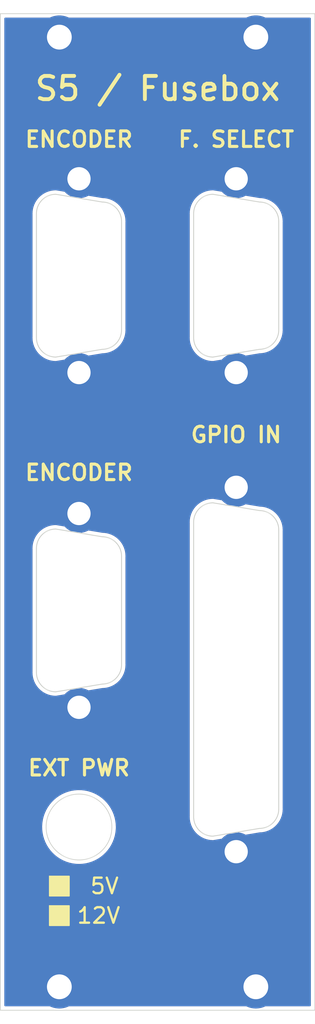
<source format=kicad_pcb>
(kicad_pcb (version 20211014) (generator pcbnew)
  (title_block (title "Front Panel ") (date "2023-01-23") (rev "A") (company "https://github.com/peterheinrich/DA20-C1-ProcedureTrainer ") (comment 1 "Open Hardware ") (comment 2 "License: CERN-OHL-P ") (comment 3 "© 2023 by Peter Heinrich ") (comment 4 "DA20 Hardware Cockpit Simulator Project"))
  (layers (0 "F.Cu" signal) (31 "B.Cu" signal) (34 "B.Paste" user) (35 "F.Paste" user) (36 "B.SilkS" user "B.Silkscreen") (37 "F.SilkS" user "F.Silkscreen") (38 "B.Mask" user) (39 "F.Mask" user) (44 "Edge.Cuts" user))
  (net 0 "")
  (net 1 "GNDPWR")
  (footprint "MountingHole:MountingHole_3.2mm_M3_DIN965_Pad" (layer "F.Cu") (at 109.22 167.73)
    (fp_text reference "H1" hide)
    (fp_text value "MountingHole_Pad" hide)
    (pad "1" thru_hole circle (at 0 0) (size 5.6 5.6) (drill 3.2) (layers *.Cu *.Mask) (net 1 "GNDPWR"))
  )
  (footprint "MountingHole:MountingHole_3.2mm_M3_DIN965_Pad" (layer "F.Cu") (at 134.62 167.73)
    (fp_text reference "H4" hide)
    (fp_text value "MountingHole_Pad" hide)
    (pad "1" thru_hole circle (at 0 0) (size 5.6 5.6) (drill 3.2) (layers *.Cu *.Mask) (net 1 "GNDPWR"))
  )
  (footprint "dsub_cutouts:DSUB-25_Cutout_MountingHoles" (layer "F.Cu") (at 132.08 126.8 90)
    (fp_text reference "J4" hide)
    (fp_text value "DB_Empty_MountingHoles" hide)
    (fp_line (start 19 -5.5) (end -19 -5.5) (layer "Edge.Cuts") (width 0.12))
    (fp_line (start -18 5.5) (end 18 5.5) (layer "Edge.Cuts") (width 0.12))
    (fp_line (start -21.5 -3) (end -20.5 3) (layer "Edge.Cuts") (width 0.12))
    (fp_line (start 21.5 -3) (end 20.5 3) (layer "Edge.Cuts") (width 0.12))
    (fp_arc (start 19 -5.5) (mid 20.767767 -4.767767) (end 21.5 -3) (layer "Edge.Cuts") (width 0.12))
    (fp_arc (start -21.5 -3) (mid -20.767767 -4.767767) (end -19 -5.5) (layer "Edge.Cuts") (width 0.12))
    (fp_arc (start -18 5.5) (mid -19.767767 4.767767) (end -20.5 3) (layer "Edge.Cuts") (width 0.12))
    (fp_arc (start 20.5 3) (mid 19.767767 4.767767) (end 18 5.5) (layer "Edge.Cuts") (width 0.12))
    (pad "0" thru_hole circle (at -23.5 0 90) (size 5 5) (drill 3) (layers *.Cu *.Mask) (net 1 "GNDPWR"))
    (pad "0" thru_hole circle (at 23.5 0 90) (size 5 5) (drill 3) (layers *.Cu *.Mask) (net 1 "GNDPWR"))
  )
  (footprint "dsub_cutouts:DSUB-9_Cutout_MountingHoles" (layer "F.Cu") (at 111.76 76 90)
    (fp_text reference "J2" hide)
    (fp_text value "DB_Empty_MountingHoles" hide)
    (fp_line (start -7 5.5) (end 7 5.5) (layer "Edge.Cuts") (width 0.12))
    (fp_line (start 10.5 -3) (end 9.5 3) (layer "Edge.Cuts") (width 0.12))
    (fp_line (start -8 -5.5) (end 8 -5.5) (layer "Edge.Cuts") (width 0.12))
    (fp_line (start -10.5 -3) (end -9.5 3) (layer "Edge.Cuts") (width 0.12))
    (fp_arc (start 8 -5.5) (mid 9.767767 -4.767767) (end 10.5 -3) (layer "Edge.Cuts") (width 0.12))
    (fp_arc (start -10.5 -3) (mid -9.767767 -4.767767) (end -8 -5.5) (layer "Edge.Cuts") (width 0.12))
    (fp_arc (start -7 5.5) (mid -8.767767 4.767767) (end -9.5 3) (layer "Edge.Cuts") (width 0.12))
    (fp_arc (start 9.5 3) (mid 8.767767 4.767767) (end 7 5.5) (layer "Edge.Cuts") (width 0.12))
    (pad "0" thru_hole circle (at 12.5 0 90) (size 5 5) (drill 3) (layers *.Cu *.Mask) (net 1 "GNDPWR"))
    (pad "0" thru_hole circle (at -12.5 0 90) (size 5 5) (drill 3) (layers *.Cu *.Mask) (net 1 "GNDPWR"))
  )
  (footprint "dsub_cutouts:DSUB-9_Cutout_MountingHoles" (layer "F.Cu") (at 132.08 76 90)
    (fp_text reference "J3" hide)
    (fp_text value "DB_Empty_MountingHoles")
    (fp_line (start -8 -5.5) (end 8 -5.5) (layer "Edge.Cuts") (width 0.12))
    (fp_line (start -7 5.5) (end 7 5.5) (layer "Edge.Cuts") (width 0.12))
    (fp_line (start 10.5 -3) (end 9.5 3) (layer "Edge.Cuts") (width 0.12))
    (fp_line (start -10.5 -3) (end -9.5 3) (layer "Edge.Cuts") (width 0.12))
    (fp_arc (start 9.5 3) (mid 8.767767 4.767767) (end 7 5.5) (layer "Edge.Cuts") (width 0.12))
    (fp_arc (start -7 5.5) (mid -8.767767 4.767767) (end -9.5 3) (layer "Edge.Cuts") (width 0.12))
    (fp_arc (start 8 -5.5) (mid 9.767767 -4.767767) (end 10.5 -3) (layer "Edge.Cuts") (width 0.12))
    (fp_arc (start -10.5 -3) (mid -9.767767 -4.767767) (end -8 -5.5) (layer "Edge.Cuts") (width 0.12))
    (pad "0" thru_hole circle (at 12.5 0 90) (size 5 5) (drill 3) (layers *.Cu *.Mask) (net 1 "GNDPWR"))
    (pad "0" thru_hole circle (at -12.5 0 90) (size 5 5) (drill 3) (layers *.Cu *.Mask) (net 1 "GNDPWR"))
  )
  (footprint "MountingHole:MountingHole_3.2mm_M3_DIN965_Pad" (layer "F.Cu") (at 134.62 45.23)
    (fp_text reference "H3" hide)
    (fp_text value "MountingHole_Pad" hide)
    (pad "1" thru_hole circle (at 0 0) (size 5.6 5.6) (drill 3.2) (layers *.Cu *.Mask) (net 1 "GNDPWR"))
  )
  (footprint "dsub_cutouts:DSUB-9_Cutout_MountingHoles" (layer "F.Cu") (at 111.76 119.18 90)
    (fp_text reference "J1" hide)
    (fp_text value "DB_Empty_MountingHoles" hide)
    (fp_line (start -7 5.5) (end 7 5.5) (layer "Edge.Cuts") (width 0.12))
    (fp_line (start -10.5 -3) (end -9.5 3) (layer "Edge.Cuts") (width 0.12))
    (fp_line (start -8 -5.5) (end 8 -5.5) (layer "Edge.Cuts") (width 0.12))
    (fp_line (start 10.5 -3) (end 9.5 3) (layer "Edge.Cuts") (width 0.12))
    (fp_arc (start -10.5 -3) (mid -9.767767 -4.767767) (end -8 -5.5) (layer "Edge.Cuts") (width 0.12))
    (fp_arc (start 8 -5.5) (mid 9.767767 -4.767767) (end 10.5 -3) (layer "Edge.Cuts") (width 0.12))
    (fp_arc (start -7 5.5) (mid -8.767767 4.767767) (end -9.5 3) (layer "Edge.Cuts") (width 0.12))
    (fp_arc (start 9.5 3) (mid 8.767767 4.767767) (end 7 5.5) (layer "Edge.Cuts") (width 0.12))
    (pad "0" thru_hole circle (at -12.5 0 90) (size 5 5) (drill 3) (layers *.Cu *.Mask) (net 1 "GNDPWR"))
    (pad "0" thru_hole circle (at 12.5 0 90) (size 5 5) (drill 3) (layers *.Cu *.Mask) (net 1 "GNDPWR"))
  )
  (footprint "MountingHole:MountingHole_3.2mm_M3_DIN965_Pad" (layer "F.Cu") (at 109.22 45.23)
    (fp_text reference "H2" hide)
    (fp_text value "MountingHole_Pad" hide)
    (pad "1" thru_hole circle (at 0 0) (size 5.6 5.6) (drill 3.2) (layers *.Cu *.Mask) (net 1 "GNDPWR"))
  )
  (gr_rect (start 107.95 157.28) (end 110.49 159.82) (layer "F.SilkS") (width 0.15) (fill solid))
  (gr_rect (start 107.95 153.47) (end 110.49 156.01) (layer "F.SilkS") (width 0.15) (fill solid))
  (gr_circle (center 111.76 147.12) (end 116.01 147.12) (layer "Edge.Cuts") (width 0.1) (fill none))
  (gr_rect (start 101.6 42.205) (end 142.24 170.755) (layer "Edge.Cuts") (width 0.1) (fill none))
  (gr_text "ENCODER" (at 111.76 101.4) (layer "F.SilkS") (effects (font (size 2 2) (thickness 0.4))))
  (gr_text "ENCODER" (at 111.76 58.42) (layer "F.SilkS") (effects (font (size 2 2) (thickness 0.4))))
  (gr_text " 5V" (at 114.3 154.74) (layer "F.SilkS") (effects (font (size 2 2) (thickness 0.3))))
  (gr_text "S5 / Fusebox" (at 121.92 51.87) (layer "F.SilkS") (effects (font (size 3 3) (thickness 0.5))))
  (gr_text "GPIO IN" (at 132.08 96.52) (layer "F.SilkS") (effects (font (size 2 2) (thickness 0.4))))
  (gr_text "F. SELECT" (at 132.08 58.42) (layer "F.SilkS") (effects (font (size 2 2) (thickness 0.4))))
  (gr_text "EXT PWR" (at 111.76 139.5) (layer "F.SilkS") (effects (font (size 2 2) (thickness 0.4))))
  (gr_text "12V" (at 114.3 158.55) (layer "F.SilkS") (effects (font (size 2 2) (thickness 0.3))))
  (zone (net 1) (net_name "GNDPWR") (layers F&B.Cu) (connect_pads yes (clearance 0.508)) (min_thickness 0.254) (fill yes (thermal_gap 0.508) (thermal_bridge_width 0.508))
    (polygon (pts (xy 142.24 172.52) (xy 101.6 172.52) (xy 101.6 40.44) (xy 142.24 40.44)))
  )
)
</source>
